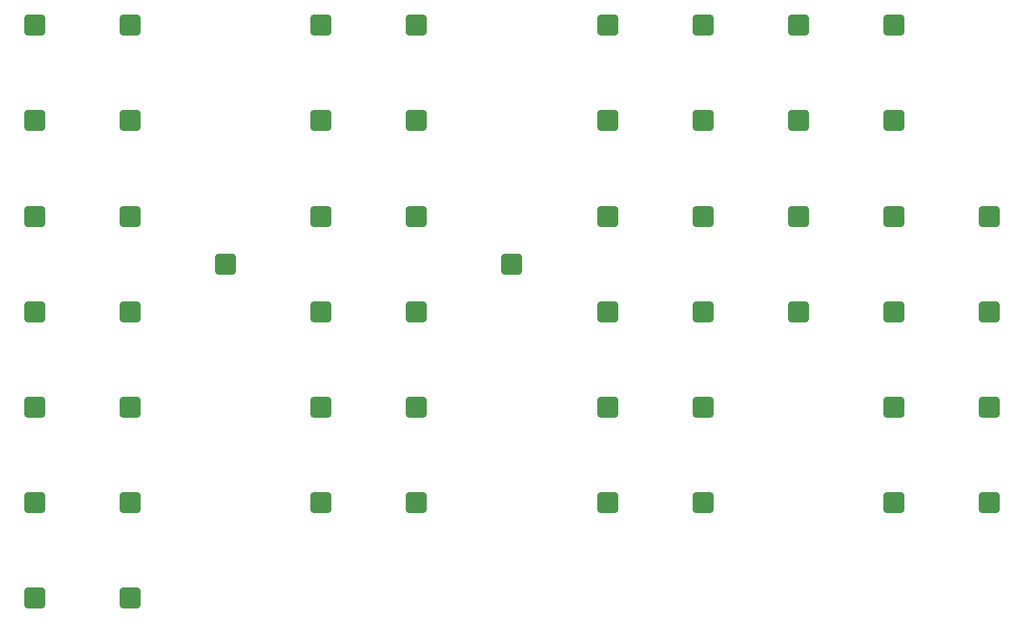
<source format=gbr>
%TF.GenerationSoftware,KiCad,Pcbnew,9.0.1*%
%TF.CreationDate,2025-04-17T11:28:57-04:00*%
%TF.ProjectId,IMUPCB,494d5550-4342-42e6-9b69-6361645f7063,rev?*%
%TF.SameCoordinates,Original*%
%TF.FileFunction,Soldermask,Top*%
%TF.FilePolarity,Negative*%
%FSLAX46Y46*%
G04 Gerber Fmt 4.6, Leading zero omitted, Abs format (unit mm)*
G04 Created by KiCad (PCBNEW 9.0.1) date 2025-04-17 11:28:57*
%MOMM*%
%LPD*%
G01*
G04 APERTURE LIST*
G04 Aperture macros list*
%AMRoundRect*
0 Rectangle with rounded corners*
0 $1 Rounding radius*
0 $2 $3 $4 $5 $6 $7 $8 $9 X,Y pos of 4 corners*
0 Add a 4 corners polygon primitive as box body*
4,1,4,$2,$3,$4,$5,$6,$7,$8,$9,$2,$3,0*
0 Add four circle primitives for the rounded corners*
1,1,$1+$1,$2,$3*
1,1,$1+$1,$4,$5*
1,1,$1+$1,$6,$7*
1,1,$1+$1,$8,$9*
0 Add four rect primitives between the rounded corners*
20,1,$1+$1,$2,$3,$4,$5,0*
20,1,$1+$1,$4,$5,$6,$7,0*
20,1,$1+$1,$6,$7,$8,$9,0*
20,1,$1+$1,$8,$9,$2,$3,0*%
G04 Aperture macros list end*
%ADD10RoundRect,0.250000X-0.825000X-0.825000X0.825000X-0.825000X0.825000X0.825000X-0.825000X0.825000X0*%
G04 APERTURE END LIST*
D10*
%TO.C,*%
X160000000Y-55000000D03*
%TD*%
%TO.C, *%
X150000000Y-65000000D03*
%TD*%
%TO.C,*%
X170000000Y-80000000D03*
%TD*%
%TO.C,*%
X130000000Y-75000000D03*
%TD*%
%TO.C,*%
X180000000Y-105000000D03*
%TD*%
%TO.C,*%
X210000000Y-85000000D03*
%TD*%
%TO.C,*%
X160000000Y-105000000D03*
%TD*%
%TO.C,*%
X150000000Y-95000000D03*
%TD*%
%TO.C,*%
X130000000Y-55000000D03*
%TD*%
%TO.C,*%
X160000000Y-75000000D03*
%TD*%
%TO.C,*%
X200000000Y-65000000D03*
%TD*%
%TO.C,*%
X220000000Y-95000000D03*
%TD*%
%TO.C,*%
X210000000Y-105000000D03*
%TD*%
%TO.C,*%
X150000000Y-55000000D03*
%TD*%
%TO.C,*%
X190000000Y-75000000D03*
%TD*%
%TO.C,*%
X180000000Y-55000000D03*
%TD*%
%TO.C,*%
X200000000Y-85000000D03*
%TD*%
%TO.C,*%
X120000000Y-65000000D03*
%TD*%
%TO.C,*%
X190000000Y-55000000D03*
%TD*%
%TO.C,*%
X190000000Y-105000000D03*
%TD*%
%TO.C,*%
X210000000Y-55000000D03*
%TD*%
%TO.C,*%
X130000000Y-105000000D03*
%TD*%
%TO.C,*%
X190000000Y-85000000D03*
%TD*%
%TO.C,*%
X180000000Y-75000000D03*
%TD*%
%TO.C,*%
X130000000Y-85000000D03*
%TD*%
%TO.C,*%
X160000000Y-95000000D03*
%TD*%
%TO.C,*%
X130000000Y-115000000D03*
%TD*%
%TO.C,*%
X150000000Y-105000000D03*
%TD*%
%TO.C,*%
X120000000Y-115000000D03*
%TD*%
%TO.C,*%
X120000000Y-75000000D03*
%TD*%
%TO.C,*%
X220000000Y-85000000D03*
%TD*%
%TO.C,*%
X180000000Y-65000000D03*
%TD*%
%TO.C,*%
X120000000Y-55000000D03*
%TD*%
%TO.C,*%
X150000000Y-75000000D03*
%TD*%
%TO.C,*%
X190000000Y-65000000D03*
%TD*%
%TO.C,*%
X210000000Y-95000000D03*
%TD*%
%TO.C,*%
X190000000Y-95000000D03*
%TD*%
%TO.C,*%
X150000000Y-85000000D03*
%TD*%
%TO.C,*%
X200000000Y-55000000D03*
%TD*%
%TO.C,*%
X130000000Y-95000000D03*
%TD*%
%TO.C,*%
X120000000Y-105000000D03*
%TD*%
%TO.C,*%
X220000000Y-75000000D03*
%TD*%
%TO.C,*%
X130000000Y-65000000D03*
%TD*%
%TO.C,*%
X160000000Y-85000000D03*
%TD*%
%TO.C,*%
X120000000Y-95000000D03*
%TD*%
%TO.C,*%
X180000000Y-95000000D03*
%TD*%
%TO.C,*%
X160000000Y-65000000D03*
%TD*%
%TO.C,*%
X220000000Y-105000000D03*
%TD*%
%TO.C,*%
X200000000Y-75000000D03*
%TD*%
%TO.C,*%
X120000000Y-85000000D03*
%TD*%
%TO.C,*%
X210000000Y-65000000D03*
%TD*%
%TO.C,*%
X140000000Y-80000000D03*
%TD*%
%TO.C,*%
X180000000Y-85000000D03*
%TD*%
%TO.C,*%
X210000000Y-75000000D03*
%TD*%
M02*

</source>
